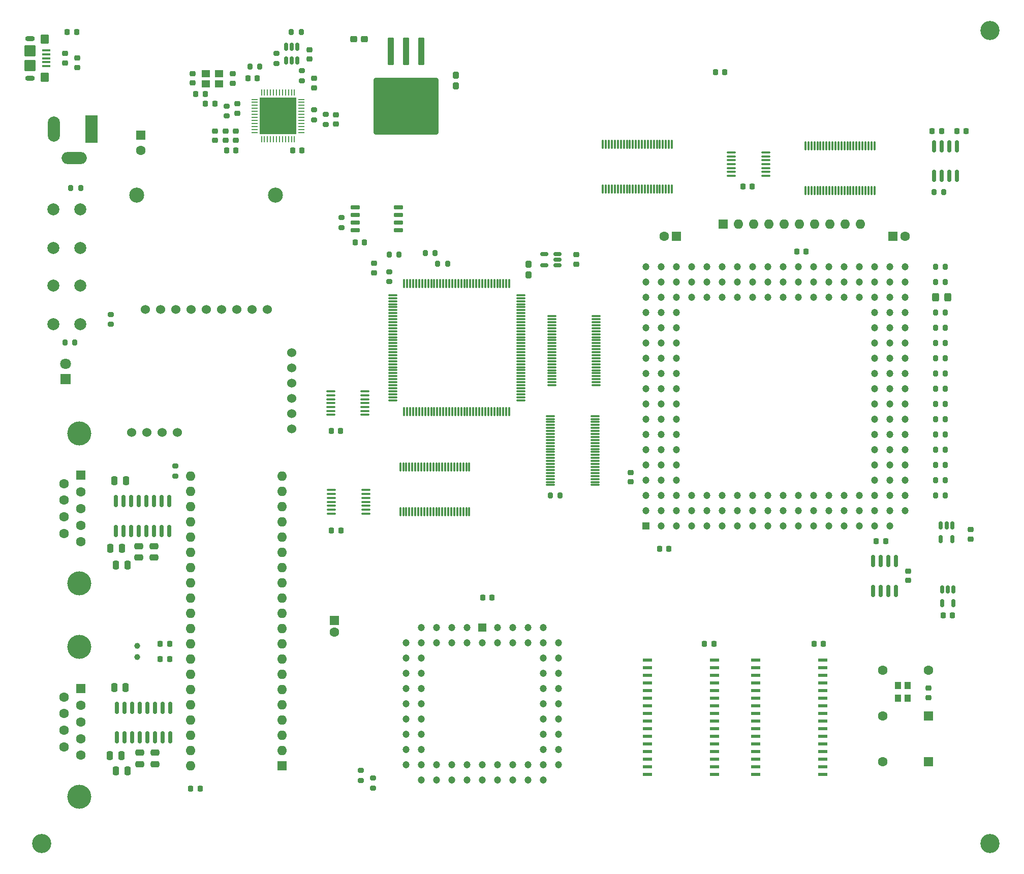
<source format=gts>
G04 #@! TF.GenerationSoftware,KiCad,Pcbnew,7.0.10*
G04 #@! TF.CreationDate,2024-03-15T17:14:54-07:00*
G04 #@! TF.ProjectId,testboard,74657374-626f-4617-9264-2e6b69636164,rev?*
G04 #@! TF.SameCoordinates,Original*
G04 #@! TF.FileFunction,Soldermask,Top*
G04 #@! TF.FilePolarity,Negative*
%FSLAX46Y46*%
G04 Gerber Fmt 4.6, Leading zero omitted, Abs format (unit mm)*
G04 Created by KiCad (PCBNEW 7.0.10) date 2024-03-15 17:14:54*
%MOMM*%
%LPD*%
G01*
G04 APERTURE LIST*
G04 Aperture macros list*
%AMRoundRect*
0 Rectangle with rounded corners*
0 $1 Rounding radius*
0 $2 $3 $4 $5 $6 $7 $8 $9 X,Y pos of 4 corners*
0 Add a 4 corners polygon primitive as box body*
4,1,4,$2,$3,$4,$5,$6,$7,$8,$9,$2,$3,0*
0 Add four circle primitives for the rounded corners*
1,1,$1+$1,$2,$3*
1,1,$1+$1,$4,$5*
1,1,$1+$1,$6,$7*
1,1,$1+$1,$8,$9*
0 Add four rect primitives between the rounded corners*
20,1,$1+$1,$2,$3,$4,$5,0*
20,1,$1+$1,$4,$5,$6,$7,0*
20,1,$1+$1,$6,$7,$8,$9,0*
20,1,$1+$1,$8,$9,$2,$3,0*%
G04 Aperture macros list end*
%ADD10C,3.200000*%
%ADD11RoundRect,0.100000X-0.575000X0.100000X-0.575000X-0.100000X0.575000X-0.100000X0.575000X0.100000X0*%
%ADD12O,1.600000X0.900000*%
%ADD13RoundRect,0.250000X-0.450000X0.550000X-0.450000X-0.550000X0.450000X-0.550000X0.450000X0.550000X0*%
%ADD14RoundRect,0.250000X-0.700000X0.700000X-0.700000X-0.700000X0.700000X-0.700000X0.700000X0.700000X0*%
%ADD15R,1.600000X0.600000*%
%ADD16R,1.200000X1.200000*%
%ADD17C,1.200000*%
%ADD18RoundRect,0.200000X-0.275000X0.200000X-0.275000X-0.200000X0.275000X-0.200000X0.275000X0.200000X0*%
%ADD19R,1.600000X1.600000*%
%ADD20C,1.600000*%
%ADD21RoundRect,0.225000X0.250000X-0.225000X0.250000X0.225000X-0.250000X0.225000X-0.250000X-0.225000X0*%
%ADD22RoundRect,0.250000X-0.300000X2.050000X-0.300000X-2.050000X0.300000X-2.050000X0.300000X2.050000X0*%
%ADD23RoundRect,0.250002X-5.149998X4.449998X-5.149998X-4.449998X5.149998X-4.449998X5.149998X4.449998X0*%
%ADD24RoundRect,0.250000X0.275000X-0.312500X0.275000X0.312500X-0.275000X0.312500X-0.275000X-0.312500X0*%
%ADD25RoundRect,0.200000X0.200000X0.275000X-0.200000X0.275000X-0.200000X-0.275000X0.200000X-0.275000X0*%
%ADD26RoundRect,0.200000X-0.200000X-0.275000X0.200000X-0.275000X0.200000X0.275000X-0.200000X0.275000X0*%
%ADD27RoundRect,0.150000X-0.150000X0.512500X-0.150000X-0.512500X0.150000X-0.512500X0.150000X0.512500X0*%
%ADD28RoundRect,0.250000X-0.325000X-0.450000X0.325000X-0.450000X0.325000X0.450000X-0.325000X0.450000X0*%
%ADD29RoundRect,0.225000X0.225000X0.250000X-0.225000X0.250000X-0.225000X-0.250000X0.225000X-0.250000X0*%
%ADD30R,2.000000X4.600000*%
%ADD31O,2.000000X4.200000*%
%ADD32O,4.200000X2.000000*%
%ADD33R,1.422400X1.422400*%
%ADD34C,1.000000*%
%ADD35RoundRect,0.250000X-0.475000X0.250000X-0.475000X-0.250000X0.475000X-0.250000X0.475000X0.250000X0*%
%ADD36RoundRect,0.218750X0.256250X-0.218750X0.256250X0.218750X-0.256250X0.218750X-0.256250X-0.218750X0*%
%ADD37RoundRect,0.225000X-0.225000X-0.250000X0.225000X-0.250000X0.225000X0.250000X-0.225000X0.250000X0*%
%ADD38RoundRect,0.150000X0.650000X0.150000X-0.650000X0.150000X-0.650000X-0.150000X0.650000X-0.150000X0*%
%ADD39RoundRect,0.218750X-0.256250X0.218750X-0.256250X-0.218750X0.256250X-0.218750X0.256250X0.218750X0*%
%ADD40O,1.600000X1.600000*%
%ADD41R,1.400000X1.200000*%
%ADD42RoundRect,0.250000X0.250000X0.475000X-0.250000X0.475000X-0.250000X-0.475000X0.250000X-0.475000X0*%
%ADD43C,4.000000*%
%ADD44RoundRect,0.075000X0.075000X-0.662500X0.075000X0.662500X-0.075000X0.662500X-0.075000X-0.662500X0*%
%ADD45C,2.000000*%
%ADD46RoundRect,0.062500X-0.412500X-0.062500X0.412500X-0.062500X0.412500X0.062500X-0.412500X0.062500X0*%
%ADD47RoundRect,0.062500X-0.062500X-0.412500X0.062500X-0.412500X0.062500X0.412500X-0.062500X0.412500X0*%
%ADD48R,6.200000X6.200000*%
%ADD49RoundRect,0.225000X-0.250000X0.225000X-0.250000X-0.225000X0.250000X-0.225000X0.250000X0.225000X0*%
%ADD50R,1.800000X1.800000*%
%ADD51C,1.800000*%
%ADD52RoundRect,0.150000X0.150000X-0.825000X0.150000X0.825000X-0.150000X0.825000X-0.150000X-0.825000X0*%
%ADD53RoundRect,0.218750X0.218750X0.256250X-0.218750X0.256250X-0.218750X-0.256250X0.218750X-0.256250X0*%
%ADD54RoundRect,0.100000X0.637500X0.100000X-0.637500X0.100000X-0.637500X-0.100000X0.637500X-0.100000X0*%
%ADD55RoundRect,0.075000X0.662500X0.075000X-0.662500X0.075000X-0.662500X-0.075000X0.662500X-0.075000X0*%
%ADD56RoundRect,0.075000X0.075000X0.662500X-0.075000X0.662500X-0.075000X-0.662500X0.075000X-0.662500X0*%
%ADD57RoundRect,0.250000X-0.250000X-0.475000X0.250000X-0.475000X0.250000X0.475000X-0.250000X0.475000X0*%
%ADD58RoundRect,0.200000X0.275000X-0.200000X0.275000X0.200000X-0.275000X0.200000X-0.275000X-0.200000X0*%
%ADD59C,2.500000*%
%ADD60C,1.524000*%
%ADD61RoundRect,0.150000X0.150000X-0.512500X0.150000X0.512500X-0.150000X0.512500X-0.150000X-0.512500X0*%
%ADD62RoundRect,0.250000X0.312500X0.275000X-0.312500X0.275000X-0.312500X-0.275000X0.312500X-0.275000X0*%
%ADD63R,1.100000X1.300000*%
%ADD64RoundRect,0.150000X-0.150000X0.825000X-0.150000X-0.825000X0.150000X-0.825000X0.150000X0.825000X0*%
%ADD65RoundRect,0.150000X0.512500X0.150000X-0.512500X0.150000X-0.512500X-0.150000X0.512500X-0.150000X0*%
G04 APERTURE END LIST*
D10*
X186500000Y-21000000D03*
X186500000Y-156500000D03*
X28500000Y-156500000D03*
D11*
X29250000Y-24350000D03*
X29250000Y-25000000D03*
X29250000Y-25650000D03*
X29250000Y-26300000D03*
X29250000Y-26950000D03*
D12*
X26575000Y-22350000D03*
D13*
X29025000Y-22450000D03*
D14*
X26575000Y-24450000D03*
X26575000Y-26850000D03*
D13*
X29025000Y-28850000D03*
D12*
X26575000Y-28950000D03*
D15*
X147480000Y-125900000D03*
X147480000Y-127170000D03*
X147480000Y-128440000D03*
X147480000Y-129710000D03*
X147480000Y-130980000D03*
X147480000Y-132250000D03*
X147480000Y-133520000D03*
X147480000Y-134800000D03*
X147480000Y-136050000D03*
X147480000Y-137330000D03*
X147480000Y-138600000D03*
X147480000Y-139870000D03*
X147480000Y-141140000D03*
X147480000Y-142410000D03*
X147480000Y-143680000D03*
X147480000Y-144950000D03*
X158680000Y-144950000D03*
X158680000Y-143680000D03*
X158680000Y-142410000D03*
X158680000Y-141140000D03*
X158680000Y-139870000D03*
X158680000Y-138600000D03*
X158680000Y-137330000D03*
X158680000Y-136050000D03*
X158680000Y-134800000D03*
X158680000Y-133520000D03*
X158680000Y-132250000D03*
X158680000Y-130980000D03*
X158680000Y-129710000D03*
X158680000Y-128440000D03*
X158680000Y-127170000D03*
X158680000Y-125900000D03*
D16*
X129157500Y-103583000D03*
D17*
X129157500Y-101043000D03*
X129157500Y-98503000D03*
X129157500Y-95963000D03*
X129157500Y-93423000D03*
X129157500Y-90883000D03*
X129157500Y-88343000D03*
X129157500Y-85803000D03*
X129157500Y-83263000D03*
X129157500Y-80723000D03*
X129157500Y-78183000D03*
X129157500Y-75643000D03*
X129157500Y-73103000D03*
X129157500Y-70563000D03*
X129157500Y-68023000D03*
X129157500Y-65483000D03*
X129157500Y-62943000D03*
X129157500Y-60403000D03*
X131697500Y-103583000D03*
X131697500Y-101043000D03*
X131697500Y-98503000D03*
X131697500Y-95963000D03*
X131697500Y-93423000D03*
X131697500Y-90883000D03*
X131697500Y-88343000D03*
X131697500Y-85803000D03*
X131697500Y-83263000D03*
X131697500Y-80723000D03*
X131697500Y-78183000D03*
X131697500Y-75643000D03*
X131697500Y-73103000D03*
X131697500Y-70563000D03*
X131697500Y-68023000D03*
X131697500Y-65483000D03*
X131697500Y-62943000D03*
X131697500Y-60403000D03*
X134237500Y-103583000D03*
X134237500Y-101043000D03*
X134237500Y-98503000D03*
X134237500Y-95963000D03*
X134237500Y-93423000D03*
X134237500Y-90883000D03*
X134237500Y-88343000D03*
X134237500Y-85803000D03*
X134237500Y-83263000D03*
X134237500Y-80723000D03*
X134237500Y-78183000D03*
X134237500Y-75643000D03*
X134237500Y-73103000D03*
X134237500Y-70563000D03*
X134237500Y-68023000D03*
X134237500Y-65483000D03*
X134237500Y-62943000D03*
X134237500Y-60403000D03*
X136777500Y-103583000D03*
X136777500Y-101043000D03*
X136777500Y-98503000D03*
X136777500Y-65483000D03*
X136777500Y-62943000D03*
X136777500Y-60403000D03*
X139317500Y-103583000D03*
X139317500Y-101043000D03*
X139317500Y-98503000D03*
X139317500Y-65483000D03*
X139317500Y-62943000D03*
X139317500Y-60403000D03*
X141857500Y-103583000D03*
X141857500Y-101043000D03*
X141857500Y-98503000D03*
X141857500Y-65483000D03*
X141857500Y-62943000D03*
X141857500Y-60403000D03*
X144397500Y-103583000D03*
X144397500Y-101043000D03*
X144397500Y-98503000D03*
X144397500Y-65483000D03*
X144397500Y-62943000D03*
X144397500Y-60403000D03*
X146937500Y-103583000D03*
X146937500Y-101043000D03*
X146937500Y-98503000D03*
X146937500Y-65483000D03*
X146937500Y-62943000D03*
X146937500Y-60403000D03*
X149477500Y-103583000D03*
X149477500Y-101043000D03*
X149477500Y-98503000D03*
X149477500Y-65483000D03*
X149477500Y-62943000D03*
X149477500Y-60403000D03*
X152017500Y-103583000D03*
X152017500Y-101043000D03*
X152017500Y-98503000D03*
X152017500Y-65483000D03*
X152017500Y-62943000D03*
X152017500Y-60403000D03*
X154557500Y-103583000D03*
X154557500Y-101043000D03*
X154557500Y-98503000D03*
X154557500Y-65483000D03*
X154557500Y-62943000D03*
X154557500Y-60403000D03*
X157097500Y-103583000D03*
X157097500Y-101043000D03*
X157097500Y-98503000D03*
X157097500Y-65483000D03*
X157097500Y-62943000D03*
X157097500Y-60403000D03*
X159637500Y-103583000D03*
X159637500Y-101043000D03*
X159637500Y-98503000D03*
X159637500Y-65483000D03*
X159637500Y-62943000D03*
X159637500Y-60403000D03*
X162177500Y-103583000D03*
X162177500Y-101043000D03*
X162177500Y-98503000D03*
X162177500Y-65483000D03*
X162177500Y-62943000D03*
X162177500Y-60403000D03*
X164717500Y-103583000D03*
X164717500Y-101043000D03*
X164717500Y-98503000D03*
X164717500Y-65483000D03*
X164717500Y-62943000D03*
X164717500Y-60403000D03*
X167257500Y-103583000D03*
X167257500Y-101043000D03*
X167257500Y-98503000D03*
X167257500Y-95963000D03*
X167257500Y-93423000D03*
X167257500Y-90883000D03*
X167257500Y-88343000D03*
X167257500Y-85803000D03*
X167257500Y-83263000D03*
X167257500Y-80723000D03*
X167257500Y-78183000D03*
X167257500Y-75643000D03*
X167257500Y-73103000D03*
X167257500Y-70563000D03*
X167257500Y-68023000D03*
X167257500Y-65483000D03*
X167257500Y-62943000D03*
X167257500Y-60403000D03*
X169797500Y-103583000D03*
X169797500Y-101043000D03*
X169797500Y-98503000D03*
X169797500Y-95963000D03*
X169797500Y-93423000D03*
X169797500Y-90883000D03*
X169797500Y-88343000D03*
X169797500Y-85803000D03*
X169797500Y-83263000D03*
X169797500Y-80723000D03*
X169797500Y-78183000D03*
X169797500Y-75643000D03*
X169797500Y-73103000D03*
X169797500Y-70563000D03*
X169797500Y-68023000D03*
X169797500Y-65483000D03*
X169797500Y-62943000D03*
X169797500Y-60403000D03*
X172337500Y-101043000D03*
X172337500Y-98503000D03*
X172337500Y-95963000D03*
X172337500Y-93423000D03*
X172337500Y-90883000D03*
X172337500Y-88343000D03*
X172337500Y-85803000D03*
X172337500Y-83263000D03*
X172337500Y-80723000D03*
X172337500Y-78183000D03*
X172337500Y-75643000D03*
X172337500Y-73103000D03*
X172337500Y-70563000D03*
X172337500Y-68023000D03*
X172337500Y-65483000D03*
X172337500Y-62943000D03*
X172337500Y-60403000D03*
D18*
X67615000Y-24850000D03*
X67615000Y-26500000D03*
D19*
X77250000Y-119294900D03*
D20*
X77250000Y-121294900D03*
D21*
X73115000Y-25800000D03*
X73115000Y-24250000D03*
D22*
X91750000Y-24500000D03*
X89210000Y-24500000D03*
D23*
X89210000Y-33650000D03*
D22*
X86670000Y-24500000D03*
D24*
X109650000Y-61737500D03*
X109650000Y-59962500D03*
D25*
X179067500Y-93423000D03*
X177417500Y-93423000D03*
D26*
X32400000Y-73000000D03*
X34050000Y-73000000D03*
D25*
X179067500Y-98503000D03*
X177417500Y-98503000D03*
D27*
X180400000Y-114193000D03*
X179450000Y-114193000D03*
X178500000Y-114193000D03*
X178500000Y-116468000D03*
X180400000Y-116468000D03*
D28*
X177417500Y-65483000D03*
X179467500Y-65483000D03*
D29*
X155827500Y-57863000D03*
X154277500Y-57863000D03*
D30*
X36830000Y-37450000D03*
D31*
X30530000Y-37450000D03*
D32*
X33930000Y-42250000D03*
D33*
X101900000Y-120480000D03*
D17*
X101900000Y-123020000D03*
X99360000Y-120480000D03*
X99360000Y-123020000D03*
X96820000Y-120480000D03*
X96820000Y-123020000D03*
X94280000Y-120480000D03*
X94280000Y-123020000D03*
X91740000Y-120480000D03*
X89200000Y-123020000D03*
X91740000Y-123020000D03*
X89200000Y-125560000D03*
X91740000Y-125560000D03*
X89200000Y-128100000D03*
X91740000Y-128100000D03*
X89200000Y-130640000D03*
X91740000Y-130640000D03*
X89200000Y-133180000D03*
X91740000Y-133180000D03*
X89200000Y-135720000D03*
X91740000Y-135720000D03*
X89200000Y-138260000D03*
X91740000Y-138260000D03*
X89200000Y-140800000D03*
X91740000Y-140800000D03*
X89200000Y-143340000D03*
X91740000Y-145880000D03*
X91740000Y-143340000D03*
X94280000Y-145880000D03*
X94280000Y-143340000D03*
X96820000Y-145880000D03*
X96820000Y-143340000D03*
X99360000Y-145880000D03*
X99360000Y-143340000D03*
X101900000Y-145880000D03*
X101900000Y-143340000D03*
X104440000Y-145880000D03*
X104440000Y-143340000D03*
X106980000Y-145880000D03*
X106980000Y-143340000D03*
X109520000Y-145880000D03*
X109520000Y-143340000D03*
X112060000Y-145880000D03*
X114600000Y-143340000D03*
X112060000Y-143340000D03*
X114600000Y-140800000D03*
X112060000Y-140800000D03*
X114600000Y-138260000D03*
X112060000Y-138260000D03*
X114600000Y-135720000D03*
X112060000Y-135720000D03*
X114600000Y-133180000D03*
X112060000Y-133180000D03*
X114600000Y-130640000D03*
X112060000Y-130640000D03*
X114600000Y-128100000D03*
X112060000Y-128100000D03*
X114600000Y-125560000D03*
X112060000Y-125560000D03*
X114600000Y-123020000D03*
X112060000Y-120480000D03*
X112060000Y-123020000D03*
X109520000Y-120480000D03*
X109520000Y-123020000D03*
X106980000Y-120480000D03*
X106980000Y-123020000D03*
X104440000Y-120480000D03*
X104440000Y-123020000D03*
D29*
X158750000Y-123250000D03*
X157200000Y-123250000D03*
D19*
X170337500Y-55323000D03*
D20*
X172337500Y-55323000D03*
D34*
X44390000Y-123540000D03*
X44390000Y-125440000D03*
D35*
X47350000Y-141348000D03*
X47350000Y-143248000D03*
D25*
X179067500Y-70563000D03*
X177417500Y-70563000D03*
D36*
X32400000Y-24825000D03*
X32400000Y-26400000D03*
D37*
X180950000Y-37750000D03*
X182500000Y-37750000D03*
D21*
X183250000Y-105750000D03*
X183250000Y-104200000D03*
D25*
X179067500Y-83263000D03*
X177417500Y-83263000D03*
D29*
X71865000Y-41000000D03*
X70315000Y-41000000D03*
D21*
X176220000Y-132172000D03*
X176220000Y-130622000D03*
D38*
X87950000Y-54285000D03*
X87950000Y-53015000D03*
X87950000Y-51745000D03*
X87950000Y-50475000D03*
X80750000Y-50475000D03*
X80750000Y-51745000D03*
X80750000Y-53015000D03*
X80750000Y-54285000D03*
D39*
X83900000Y-59800000D03*
X83900000Y-61375000D03*
D36*
X34400000Y-27175000D03*
X34400000Y-25600000D03*
D29*
X132967500Y-107393000D03*
X131417500Y-107393000D03*
D25*
X179067500Y-88343000D03*
X177417500Y-88343000D03*
X114900000Y-98500000D03*
X113250000Y-98500000D03*
D29*
X64415000Y-29000000D03*
X62865000Y-29000000D03*
D19*
X68580000Y-143510000D03*
D40*
X68580000Y-140970000D03*
X68580000Y-138430000D03*
X68580000Y-135890000D03*
X68580000Y-133350000D03*
X68580000Y-130810000D03*
X68580000Y-128270000D03*
X68580000Y-125730000D03*
X68580000Y-123190000D03*
X68580000Y-120650000D03*
X68580000Y-118110000D03*
X68580000Y-115570000D03*
X68580000Y-113030000D03*
X68580000Y-110490000D03*
X68580000Y-107950000D03*
X68580000Y-105410000D03*
X68580000Y-102870000D03*
X68580000Y-100330000D03*
X68580000Y-97790000D03*
X68580000Y-95250000D03*
X53340000Y-95250000D03*
X53340000Y-97790000D03*
X53340000Y-100330000D03*
X53340000Y-102870000D03*
X53340000Y-105410000D03*
X53340000Y-107950000D03*
X53340000Y-110490000D03*
X53340000Y-113030000D03*
X53340000Y-115570000D03*
X53340000Y-118110000D03*
X53340000Y-120650000D03*
X53340000Y-123190000D03*
X53340000Y-125730000D03*
X53340000Y-128270000D03*
X53340000Y-130810000D03*
X53340000Y-133350000D03*
X53340000Y-135890000D03*
X53340000Y-138430000D03*
X53340000Y-140970000D03*
X53340000Y-143510000D03*
D25*
X179067500Y-90883000D03*
X177417500Y-90883000D03*
D41*
X58065000Y-28250000D03*
X55865000Y-28250000D03*
X55865000Y-29950000D03*
X58065000Y-29950000D03*
D42*
X41762000Y-141856000D03*
X39862000Y-141856000D03*
D43*
X34750000Y-123735000D03*
X34750000Y-148735000D03*
D19*
X35050000Y-130695000D03*
D20*
X35050000Y-133465000D03*
X35050000Y-136235000D03*
X35050000Y-139005000D03*
X35050000Y-141775000D03*
X32210000Y-132080000D03*
X32210000Y-134850000D03*
X32210000Y-137620000D03*
X32210000Y-140390000D03*
D29*
X178410000Y-37750000D03*
X176860000Y-37750000D03*
D19*
X142082600Y-53291000D03*
D40*
X144622600Y-53291000D03*
X147162600Y-53291000D03*
X149702600Y-53291000D03*
X152242600Y-53291000D03*
X154782600Y-53291000D03*
X157322600Y-53291000D03*
X159862600Y-53291000D03*
X162402600Y-53291000D03*
X164942600Y-53291000D03*
D44*
X155750000Y-47675000D03*
X156250000Y-47675000D03*
X156750000Y-47675000D03*
X157250000Y-47675000D03*
X157750000Y-47675000D03*
X158250000Y-47675000D03*
X158750000Y-47675000D03*
X159250000Y-47675000D03*
X159750000Y-47675000D03*
X160250000Y-47675000D03*
X160750000Y-47675000D03*
X161250000Y-47675000D03*
X161750000Y-47675000D03*
X162250000Y-47675000D03*
X162750000Y-47675000D03*
X163250000Y-47675000D03*
X163750000Y-47675000D03*
X164250000Y-47675000D03*
X164750000Y-47675000D03*
X165250000Y-47675000D03*
X165750000Y-47675000D03*
X166250000Y-47675000D03*
X166750000Y-47675000D03*
X167250000Y-47675000D03*
X167250000Y-40250000D03*
X166750000Y-40250000D03*
X166250000Y-40250000D03*
X165750000Y-40250000D03*
X165250000Y-40250000D03*
X164750000Y-40250000D03*
X164250000Y-40250000D03*
X163750000Y-40250000D03*
X163250000Y-40250000D03*
X162750000Y-40250000D03*
X162250000Y-40250000D03*
X161750000Y-40250000D03*
X161250000Y-40250000D03*
X160750000Y-40250000D03*
X160250000Y-40250000D03*
X159750000Y-40250000D03*
X159250000Y-40250000D03*
X158750000Y-40250000D03*
X158250000Y-40250000D03*
X157750000Y-40250000D03*
X157250000Y-40250000D03*
X156750000Y-40250000D03*
X156250000Y-40250000D03*
X155750000Y-40250000D03*
D45*
X30480000Y-70000000D03*
X30480000Y-63500000D03*
X34980000Y-70000000D03*
X34980000Y-63500000D03*
D46*
X64000000Y-32500000D03*
X64000000Y-33000000D03*
X64000000Y-33500000D03*
X64000000Y-34000000D03*
X64000000Y-34500000D03*
X64000000Y-35000000D03*
X64000000Y-35500000D03*
X64000000Y-36000000D03*
X64000000Y-36500000D03*
X64000000Y-37000000D03*
X64000000Y-37500000D03*
X64000000Y-38000000D03*
D47*
X65125000Y-39125000D03*
X65625000Y-39125000D03*
X66125000Y-39125000D03*
X66625000Y-39125000D03*
X67125000Y-39125000D03*
X67625000Y-39125000D03*
X68125000Y-39125000D03*
X68625000Y-39125000D03*
X69125000Y-39125000D03*
X69625000Y-39125000D03*
X70125000Y-39125000D03*
X70625000Y-39125000D03*
D46*
X71750000Y-38000000D03*
X71750000Y-37500000D03*
X71750000Y-37000000D03*
X71750000Y-36500000D03*
X71750000Y-36000000D03*
X71750000Y-35500000D03*
X71750000Y-35000000D03*
X71750000Y-34500000D03*
X71750000Y-34000000D03*
X71750000Y-33500000D03*
X71750000Y-33000000D03*
X71750000Y-32500000D03*
D47*
X70625000Y-31375000D03*
X70125000Y-31375000D03*
X69625000Y-31375000D03*
X69125000Y-31375000D03*
X68625000Y-31375000D03*
X68125000Y-31375000D03*
X67625000Y-31375000D03*
X67125000Y-31375000D03*
X66625000Y-31375000D03*
X66125000Y-31375000D03*
X65625000Y-31375000D03*
X65125000Y-31375000D03*
D48*
X67875000Y-35250000D03*
D49*
X60865000Y-37750000D03*
X60865000Y-39300000D03*
X61115000Y-33250000D03*
X61115000Y-34800000D03*
D50*
X32500000Y-79075000D03*
D51*
X32500000Y-76535000D03*
D52*
X41000000Y-138808000D03*
X42270000Y-138808000D03*
X43540000Y-138808000D03*
X44810000Y-138808000D03*
X46080000Y-138808000D03*
X47350000Y-138808000D03*
X48620000Y-138808000D03*
X49890000Y-138808000D03*
X49890000Y-133858000D03*
X48620000Y-133858000D03*
X47350000Y-133858000D03*
X46080000Y-133858000D03*
X44810000Y-133858000D03*
X43540000Y-133858000D03*
X42270000Y-133858000D03*
X41000000Y-133858000D03*
D53*
X34325000Y-21250000D03*
X32750000Y-21250000D03*
X57365000Y-33250000D03*
X55790000Y-33250000D03*
D37*
X140750000Y-28000000D03*
X142300000Y-28000000D03*
D54*
X82378000Y-85048000D03*
X82378000Y-84398000D03*
X82378000Y-83748000D03*
X82378000Y-83098000D03*
X82378000Y-82448000D03*
X82378000Y-81798000D03*
X82378000Y-81148000D03*
X76653000Y-81148000D03*
X76653000Y-81798000D03*
X76653000Y-82448000D03*
X76653000Y-83098000D03*
X76653000Y-83748000D03*
X76653000Y-84398000D03*
X76653000Y-85048000D03*
D52*
X40886000Y-104378000D03*
X42156000Y-104378000D03*
X43426000Y-104378000D03*
X44696000Y-104378000D03*
X45966000Y-104378000D03*
X47236000Y-104378000D03*
X48506000Y-104378000D03*
X49776000Y-104378000D03*
X49776000Y-99428000D03*
X48506000Y-99428000D03*
X47236000Y-99428000D03*
X45966000Y-99428000D03*
X44696000Y-99428000D03*
X43426000Y-99428000D03*
X42156000Y-99428000D03*
X40886000Y-99428000D03*
D29*
X140500000Y-123250000D03*
X138950000Y-123250000D03*
D35*
X47236000Y-106918000D03*
X47236000Y-108818000D03*
D25*
X179067500Y-95963000D03*
X177417500Y-95963000D03*
D26*
X33350000Y-47250000D03*
X35000000Y-47250000D03*
D55*
X120712500Y-96750000D03*
X120712500Y-96250000D03*
X120712500Y-95750000D03*
X120712500Y-95250000D03*
X120712500Y-94750000D03*
X120712500Y-94250000D03*
X120712500Y-93750000D03*
X120712500Y-93250000D03*
X120712500Y-92750000D03*
X120712500Y-92250000D03*
X120712500Y-91750000D03*
X120712500Y-91250000D03*
X120712500Y-90750000D03*
X120712500Y-90250000D03*
X120712500Y-89750000D03*
X120712500Y-89250000D03*
X120712500Y-88750000D03*
X120712500Y-88250000D03*
X120712500Y-87750000D03*
X120712500Y-87250000D03*
X120712500Y-86750000D03*
X120712500Y-86250000D03*
X120712500Y-85750000D03*
X120712500Y-85250000D03*
X113287500Y-85250000D03*
X113287500Y-85750000D03*
X113287500Y-86250000D03*
X113287500Y-86750000D03*
X113287500Y-87250000D03*
X113287500Y-87750000D03*
X113287500Y-88250000D03*
X113287500Y-88750000D03*
X113287500Y-89250000D03*
X113287500Y-89750000D03*
X113287500Y-90250000D03*
X113287500Y-90750000D03*
X113287500Y-91250000D03*
X113287500Y-91750000D03*
X113287500Y-92250000D03*
X113287500Y-92750000D03*
X113287500Y-93250000D03*
X113287500Y-93750000D03*
X113287500Y-94250000D03*
X113287500Y-94750000D03*
X113287500Y-95250000D03*
X113287500Y-95750000D03*
X113287500Y-96250000D03*
X113287500Y-96750000D03*
D37*
X76750000Y-87750000D03*
X78300000Y-87750000D03*
X48260000Y-125730000D03*
X49810000Y-125730000D03*
D25*
X96150000Y-59875000D03*
X94500000Y-59875000D03*
D26*
X63215000Y-27000000D03*
X64865000Y-27000000D03*
D18*
X86400000Y-61225000D03*
X86400000Y-62875000D03*
D55*
X108322500Y-82618000D03*
X108322500Y-82118000D03*
X108322500Y-81618000D03*
X108322500Y-81118000D03*
X108322500Y-80618000D03*
X108322500Y-80118000D03*
X108322500Y-79618000D03*
X108322500Y-79118000D03*
X108322500Y-78618000D03*
X108322500Y-78118000D03*
X108322500Y-77618000D03*
X108322500Y-77118000D03*
X108322500Y-76618000D03*
X108322500Y-76118000D03*
X108322500Y-75618000D03*
X108322500Y-75118000D03*
X108322500Y-74618000D03*
X108322500Y-74118000D03*
X108322500Y-73618000D03*
X108322500Y-73118000D03*
X108322500Y-72618000D03*
X108322500Y-72118000D03*
X108322500Y-71618000D03*
X108322500Y-71118000D03*
X108322500Y-70618000D03*
X108322500Y-70118000D03*
X108322500Y-69618000D03*
X108322500Y-69118000D03*
X108322500Y-68618000D03*
X108322500Y-68118000D03*
X108322500Y-67618000D03*
X108322500Y-67118000D03*
X108322500Y-66618000D03*
X108322500Y-66118000D03*
X108322500Y-65618000D03*
X108322500Y-65118000D03*
D56*
X106410000Y-63205500D03*
X105910000Y-63205500D03*
X105410000Y-63205500D03*
X104910000Y-63205500D03*
X104410000Y-63205500D03*
X103910000Y-63205500D03*
X103410000Y-63205500D03*
X102910000Y-63205500D03*
X102410000Y-63205500D03*
X101910000Y-63205500D03*
X101410000Y-63205500D03*
X100910000Y-63205500D03*
X100410000Y-63205500D03*
X99910000Y-63205500D03*
X99410000Y-63205500D03*
X98910000Y-63205500D03*
X98410000Y-63205500D03*
X97910000Y-63205500D03*
X97410000Y-63205500D03*
X96910000Y-63205500D03*
X96410000Y-63205500D03*
X95910000Y-63205500D03*
X95410000Y-63205500D03*
X94910000Y-63205500D03*
X94410000Y-63205500D03*
X93910000Y-63205500D03*
X93410000Y-63205500D03*
X92910000Y-63205500D03*
X92410000Y-63205500D03*
X91910000Y-63205500D03*
X91410000Y-63205500D03*
X90910000Y-63205500D03*
X90410000Y-63205500D03*
X89910000Y-63205500D03*
X89410000Y-63205500D03*
X88910000Y-63205500D03*
D55*
X86997500Y-65118000D03*
X86997500Y-65618000D03*
X86997500Y-66118000D03*
X86997500Y-66618000D03*
X86997500Y-67118000D03*
X86997500Y-67618000D03*
X86997500Y-68118000D03*
X86997500Y-68618000D03*
X86997500Y-69118000D03*
X86997500Y-69618000D03*
X86997500Y-70118000D03*
X86997500Y-70618000D03*
X86997500Y-71118000D03*
X86997500Y-71618000D03*
X86997500Y-72118000D03*
X86997500Y-72618000D03*
X86997500Y-73118000D03*
X86997500Y-73618000D03*
X86997500Y-74118000D03*
X86997500Y-74618000D03*
X86997500Y-75118000D03*
X86997500Y-75618000D03*
X86997500Y-76118000D03*
X86997500Y-76618000D03*
X86997500Y-77118000D03*
X86997500Y-77618000D03*
X86997500Y-78118000D03*
X86997500Y-78618000D03*
X86997500Y-79118000D03*
X86997500Y-79618000D03*
X86997500Y-80118000D03*
X86997500Y-80618000D03*
X86997500Y-81118000D03*
X86997500Y-81618000D03*
X86997500Y-82118000D03*
X86997500Y-82618000D03*
D56*
X88910000Y-84530500D03*
X89410000Y-84530500D03*
X89910000Y-84530500D03*
X90410000Y-84530500D03*
X90910000Y-84530500D03*
X91410000Y-84530500D03*
X91910000Y-84530500D03*
X92410000Y-84530500D03*
X92910000Y-84530500D03*
X93410000Y-84530500D03*
X93910000Y-84530500D03*
X94410000Y-84530500D03*
X94910000Y-84530500D03*
X95410000Y-84530500D03*
X95910000Y-84530500D03*
X96410000Y-84530500D03*
X96910000Y-84530500D03*
X97410000Y-84530500D03*
X97910000Y-84530500D03*
X98410000Y-84530500D03*
X98910000Y-84530500D03*
X99410000Y-84530500D03*
X99910000Y-84530500D03*
X100410000Y-84530500D03*
X100910000Y-84530500D03*
X101410000Y-84530500D03*
X101910000Y-84530500D03*
X102410000Y-84530500D03*
X102910000Y-84530500D03*
X103410000Y-84530500D03*
X103910000Y-84530500D03*
X104410000Y-84530500D03*
X104910000Y-84530500D03*
X105410000Y-84530500D03*
X105910000Y-84530500D03*
X106410000Y-84530500D03*
D37*
X53340000Y-147320000D03*
X54890000Y-147320000D03*
D57*
X40614000Y-130500000D03*
X42514000Y-130500000D03*
D25*
X179067500Y-68023000D03*
X177417500Y-68023000D03*
D35*
X44810000Y-141348000D03*
X44810000Y-143248000D03*
D25*
X179067500Y-73103000D03*
X177417500Y-73103000D03*
D18*
X73865000Y-34250000D03*
X73865000Y-35900000D03*
D21*
X60365000Y-29800000D03*
X60365000Y-28250000D03*
D26*
X177417500Y-60403000D03*
X179067500Y-60403000D03*
D25*
X179067500Y-75643000D03*
X177417500Y-75643000D03*
D37*
X80750000Y-56315000D03*
X82300000Y-56315000D03*
D21*
X117600000Y-59950000D03*
X117600000Y-58400000D03*
D49*
X172845500Y-111073000D03*
X172845500Y-112623000D03*
D58*
X81682500Y-145987000D03*
X81682500Y-144337000D03*
D54*
X82525000Y-101500000D03*
X82525000Y-100850000D03*
X82525000Y-100200000D03*
X82525000Y-99550000D03*
X82525000Y-98900000D03*
X82525000Y-98250000D03*
X82525000Y-97600000D03*
X76800000Y-97600000D03*
X76800000Y-98250000D03*
X76800000Y-98900000D03*
X76800000Y-99550000D03*
X76800000Y-100200000D03*
X76800000Y-100850000D03*
X76800000Y-101500000D03*
D58*
X83682500Y-147237000D03*
X83682500Y-145587000D03*
D25*
X179067500Y-78183000D03*
X177417500Y-78183000D03*
D24*
X97500000Y-30250000D03*
X97500000Y-28475000D03*
D45*
X30480000Y-57300000D03*
X30480000Y-50800000D03*
X34980000Y-57300000D03*
X34980000Y-50800000D03*
D25*
X88050000Y-58375000D03*
X86400000Y-58375000D03*
D37*
X76800000Y-104350000D03*
X78350000Y-104350000D03*
D25*
X178790000Y-47910000D03*
X177140000Y-47910000D03*
D29*
X169097500Y-106123000D03*
X167547500Y-106123000D03*
D49*
X59115000Y-37750000D03*
X59115000Y-39300000D03*
D37*
X101980000Y-115480000D03*
X103530000Y-115480000D03*
D59*
X44353000Y-48450000D03*
X67467000Y-48450000D03*
D60*
X45750000Y-67500000D03*
X48290000Y-67500000D03*
X50830000Y-67500000D03*
X53370000Y-67500000D03*
X55910000Y-67500000D03*
X58450000Y-67500000D03*
X60990000Y-67500000D03*
X63530000Y-67500000D03*
X66070000Y-67500000D03*
D18*
X50800000Y-93600000D03*
X50800000Y-95250000D03*
D25*
X94050000Y-58125000D03*
X92400000Y-58125000D03*
D61*
X69215000Y-26000000D03*
X70165000Y-26000000D03*
X71115000Y-26000000D03*
X71115000Y-23725000D03*
X70165000Y-23725000D03*
X69215000Y-23725000D03*
D60*
X70170000Y-74665000D03*
X70170000Y-77205000D03*
X70170000Y-79745000D03*
X70170000Y-82285000D03*
X70170000Y-84825000D03*
X70170000Y-87365000D03*
X43500000Y-88000000D03*
X46040000Y-88000000D03*
X48580000Y-88000000D03*
X51120000Y-88000000D03*
D57*
X40878000Y-144396000D03*
X42778000Y-144396000D03*
D43*
X34750000Y-88175000D03*
X34750000Y-113175000D03*
D19*
X35050000Y-95135000D03*
D20*
X35050000Y-97905000D03*
X35050000Y-100675000D03*
X35050000Y-103445000D03*
X35050000Y-106215000D03*
X32210000Y-96520000D03*
X32210000Y-99290000D03*
X32210000Y-102060000D03*
X32210000Y-104830000D03*
D18*
X40000000Y-68350000D03*
X40000000Y-70000000D03*
D19*
X134237500Y-55323000D03*
D20*
X132237500Y-55323000D03*
D25*
X179067500Y-85803000D03*
X177417500Y-85803000D03*
D19*
X176220000Y-142840000D03*
D20*
X168600000Y-142840000D03*
D57*
X40891000Y-110093000D03*
X42791000Y-110093000D03*
D19*
X45000000Y-38500000D03*
D20*
X45000000Y-41000000D03*
D62*
X82250000Y-22500000D03*
X80475000Y-22500000D03*
D49*
X53615000Y-28200000D03*
X53615000Y-29750000D03*
D63*
X172790000Y-132240000D03*
X172790000Y-130140000D03*
X171140000Y-130140000D03*
X171140000Y-132240000D03*
D29*
X180212000Y-118500000D03*
X178662000Y-118500000D03*
D19*
X176220000Y-135220000D03*
D20*
X176220000Y-127600000D03*
X168600000Y-127600000D03*
X168600000Y-135220000D03*
D54*
X149132500Y-45230500D03*
X149132500Y-44580500D03*
X149132500Y-43930500D03*
X149132500Y-43280500D03*
X149132500Y-42630500D03*
X149132500Y-41980500D03*
X149132500Y-41330500D03*
X143407500Y-41330500D03*
X143407500Y-41980500D03*
X143407500Y-42630500D03*
X143407500Y-43280500D03*
X143407500Y-43930500D03*
X143407500Y-44580500D03*
X143407500Y-45230500D03*
D29*
X60865000Y-41000000D03*
X59315000Y-41000000D03*
D39*
X57365000Y-37750000D03*
X57365000Y-39325000D03*
D29*
X55740000Y-31625000D03*
X54190000Y-31625000D03*
D49*
X73865000Y-29000000D03*
X73865000Y-30550000D03*
D64*
X180950000Y-40290000D03*
X179680000Y-40290000D03*
X178410000Y-40290000D03*
X177140000Y-40290000D03*
X177140000Y-45240000D03*
X178410000Y-45240000D03*
X179680000Y-45240000D03*
X180950000Y-45240000D03*
D15*
X129400000Y-125900000D03*
X129400000Y-127170000D03*
X129400000Y-128440000D03*
X129400000Y-129710000D03*
X129400000Y-130980000D03*
X129400000Y-132250000D03*
X129400000Y-133520000D03*
X129400000Y-134800000D03*
X129400000Y-136050000D03*
X129400000Y-137330000D03*
X129400000Y-138600000D03*
X129400000Y-139870000D03*
X129400000Y-141140000D03*
X129400000Y-142410000D03*
X129400000Y-143680000D03*
X129400000Y-144950000D03*
X140600000Y-144950000D03*
X140600000Y-143680000D03*
X140600000Y-142410000D03*
X140600000Y-141140000D03*
X140600000Y-139870000D03*
X140600000Y-138600000D03*
X140600000Y-137330000D03*
X140600000Y-136050000D03*
X140600000Y-134800000D03*
X140600000Y-133520000D03*
X140600000Y-132250000D03*
X140600000Y-130980000D03*
X140600000Y-129710000D03*
X140600000Y-128440000D03*
X140600000Y-127170000D03*
X140600000Y-125900000D03*
D49*
X126617500Y-94693000D03*
X126617500Y-96243000D03*
D44*
X122000000Y-47425000D03*
X122500000Y-47425000D03*
X123000000Y-47425000D03*
X123500000Y-47425000D03*
X124000000Y-47425000D03*
X124500000Y-47425000D03*
X125000000Y-47425000D03*
X125500000Y-47425000D03*
X126000000Y-47425000D03*
X126500000Y-47425000D03*
X127000000Y-47425000D03*
X127500000Y-47425000D03*
X128000000Y-47425000D03*
X128500000Y-47425000D03*
X129000000Y-47425000D03*
X129500000Y-47425000D03*
X130000000Y-47425000D03*
X130500000Y-47425000D03*
X131000000Y-47425000D03*
X131500000Y-47425000D03*
X132000000Y-47425000D03*
X132500000Y-47425000D03*
X133000000Y-47425000D03*
X133500000Y-47425000D03*
X133500000Y-40000000D03*
X133000000Y-40000000D03*
X132500000Y-40000000D03*
X132000000Y-40000000D03*
X131500000Y-40000000D03*
X131000000Y-40000000D03*
X130500000Y-40000000D03*
X130000000Y-40000000D03*
X129500000Y-40000000D03*
X129000000Y-40000000D03*
X128500000Y-40000000D03*
X128000000Y-40000000D03*
X127500000Y-40000000D03*
X127000000Y-40000000D03*
X126500000Y-40000000D03*
X126000000Y-40000000D03*
X125500000Y-40000000D03*
X125000000Y-40000000D03*
X124500000Y-40000000D03*
X124000000Y-40000000D03*
X123500000Y-40000000D03*
X123000000Y-40000000D03*
X122500000Y-40000000D03*
X122000000Y-40000000D03*
D37*
X145347500Y-46993000D03*
X146897500Y-46993000D03*
D42*
X41851200Y-107324400D03*
X39951200Y-107324400D03*
D58*
X71865000Y-29400000D03*
X71865000Y-27750000D03*
D18*
X78425000Y-52190000D03*
X78425000Y-53840000D03*
D37*
X48260000Y-123190000D03*
X49810000Y-123190000D03*
D25*
X71765000Y-21250000D03*
X70115000Y-21250000D03*
X179067500Y-62943000D03*
X177417500Y-62943000D03*
D64*
X170813500Y-109425000D03*
X169543500Y-109425000D03*
X168273500Y-109425000D03*
X167003500Y-109425000D03*
X167003500Y-114375000D03*
X168273500Y-114375000D03*
X169543500Y-114375000D03*
X170813500Y-114375000D03*
D49*
X77490000Y-35075000D03*
X77490000Y-36625000D03*
D55*
X120900000Y-80125000D03*
X120900000Y-79625000D03*
X120900000Y-79125000D03*
X120900000Y-78625000D03*
X120900000Y-78125000D03*
X120900000Y-77625000D03*
X120900000Y-77125000D03*
X120900000Y-76625000D03*
X120900000Y-76125000D03*
X120900000Y-75625000D03*
X120900000Y-75125000D03*
X120900000Y-74625000D03*
X120900000Y-74125000D03*
X120900000Y-73625000D03*
X120900000Y-73125000D03*
X120900000Y-72625000D03*
X120900000Y-72125000D03*
X120900000Y-71625000D03*
X120900000Y-71125000D03*
X120900000Y-70625000D03*
X120900000Y-70125000D03*
X120900000Y-69625000D03*
X120900000Y-69125000D03*
X120900000Y-68625000D03*
X113475000Y-68625000D03*
X113475000Y-69125000D03*
X113475000Y-69625000D03*
X113475000Y-70125000D03*
X113475000Y-70625000D03*
X113475000Y-71125000D03*
X113475000Y-71625000D03*
X113475000Y-72125000D03*
X113475000Y-72625000D03*
X113475000Y-73125000D03*
X113475000Y-73625000D03*
X113475000Y-74125000D03*
X113475000Y-74625000D03*
X113475000Y-75125000D03*
X113475000Y-75625000D03*
X113475000Y-76125000D03*
X113475000Y-76625000D03*
X113475000Y-77125000D03*
X113475000Y-77625000D03*
X113475000Y-78125000D03*
X113475000Y-78625000D03*
X113475000Y-79125000D03*
X113475000Y-79625000D03*
X113475000Y-80125000D03*
D18*
X59365000Y-33600000D03*
X59365000Y-35250000D03*
D44*
X88250000Y-101175000D03*
X88750000Y-101175000D03*
X89250000Y-101175000D03*
X89750000Y-101175000D03*
X90250000Y-101175000D03*
X90750000Y-101175000D03*
X91250000Y-101175000D03*
X91750000Y-101175000D03*
X92250000Y-101175000D03*
X92750000Y-101175000D03*
X93250000Y-101175000D03*
X93750000Y-101175000D03*
X94250000Y-101175000D03*
X94750000Y-101175000D03*
X95250000Y-101175000D03*
X95750000Y-101175000D03*
X96250000Y-101175000D03*
X96750000Y-101175000D03*
X97250000Y-101175000D03*
X97750000Y-101175000D03*
X98250000Y-101175000D03*
X98750000Y-101175000D03*
X99250000Y-101175000D03*
X99750000Y-101175000D03*
X99750000Y-93750000D03*
X99250000Y-93750000D03*
X98750000Y-93750000D03*
X98250000Y-93750000D03*
X97750000Y-93750000D03*
X97250000Y-93750000D03*
X96750000Y-93750000D03*
X96250000Y-93750000D03*
X95750000Y-93750000D03*
X95250000Y-93750000D03*
X94750000Y-93750000D03*
X94250000Y-93750000D03*
X93750000Y-93750000D03*
X93250000Y-93750000D03*
X92750000Y-93750000D03*
X92250000Y-93750000D03*
X91750000Y-93750000D03*
X91250000Y-93750000D03*
X90750000Y-93750000D03*
X90250000Y-93750000D03*
X89750000Y-93750000D03*
X89250000Y-93750000D03*
X88750000Y-93750000D03*
X88250000Y-93750000D03*
D18*
X75865000Y-35000000D03*
X75865000Y-36650000D03*
D57*
X40632000Y-95996000D03*
X42532000Y-95996000D03*
D35*
X44696000Y-106918000D03*
X44696000Y-108818000D03*
D65*
X114475000Y-60175000D03*
X114475000Y-59225000D03*
X114475000Y-58275000D03*
X112200000Y-58275000D03*
X112200000Y-60175000D03*
D25*
X179067500Y-80723000D03*
X177417500Y-80723000D03*
D27*
X180210000Y-103460000D03*
X179260000Y-103460000D03*
X178310000Y-103460000D03*
X178310000Y-105735000D03*
X180210000Y-105735000D03*
M02*

</source>
